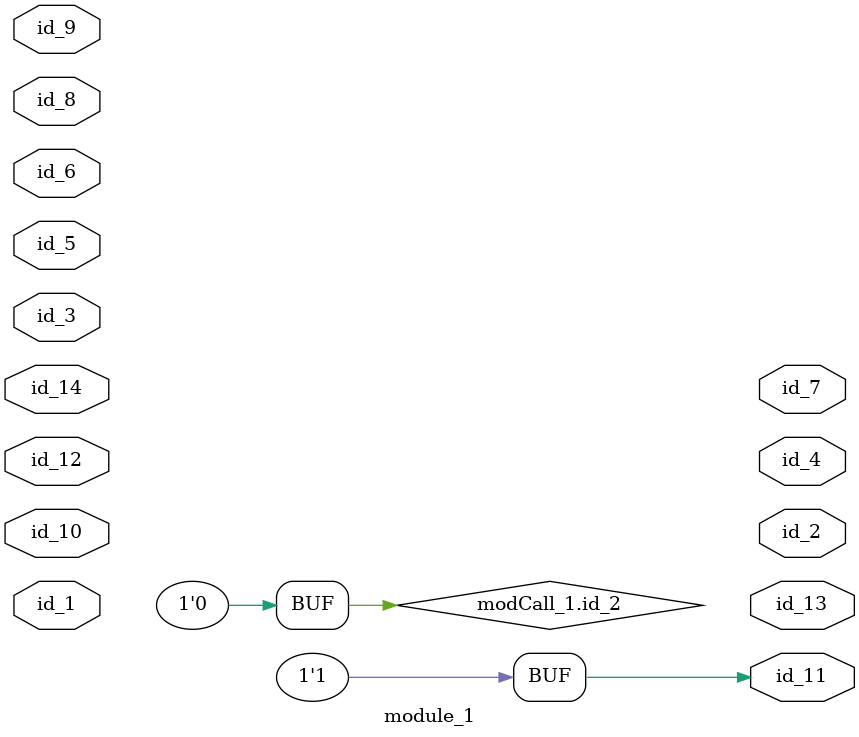
<source format=v>
module module_0;
  assign id_1 = id_1;
  wand id_2 = 1'b0;
endmodule
module module_1 (
    id_1,
    id_2,
    id_3,
    id_4,
    id_5,
    id_6,
    id_7,
    id_8,
    id_9,
    id_10,
    id_11,
    id_12,
    id_13,
    id_14
);
  inout wire id_14;
  output wire id_13;
  input wire id_12;
  output wire id_11;
  inout wire id_10;
  input wire id_9;
  input wire id_8;
  output wire id_7;
  inout wire id_6;
  input wire id_5;
  output wire id_4;
  inout wire id_3;
  output wire id_2;
  inout wire id_1;
  assign id_11 = 1;
  wire id_15;
  module_0 modCall_1 ();
  assign modCall_1.id_2 = 0;
endmodule

</source>
